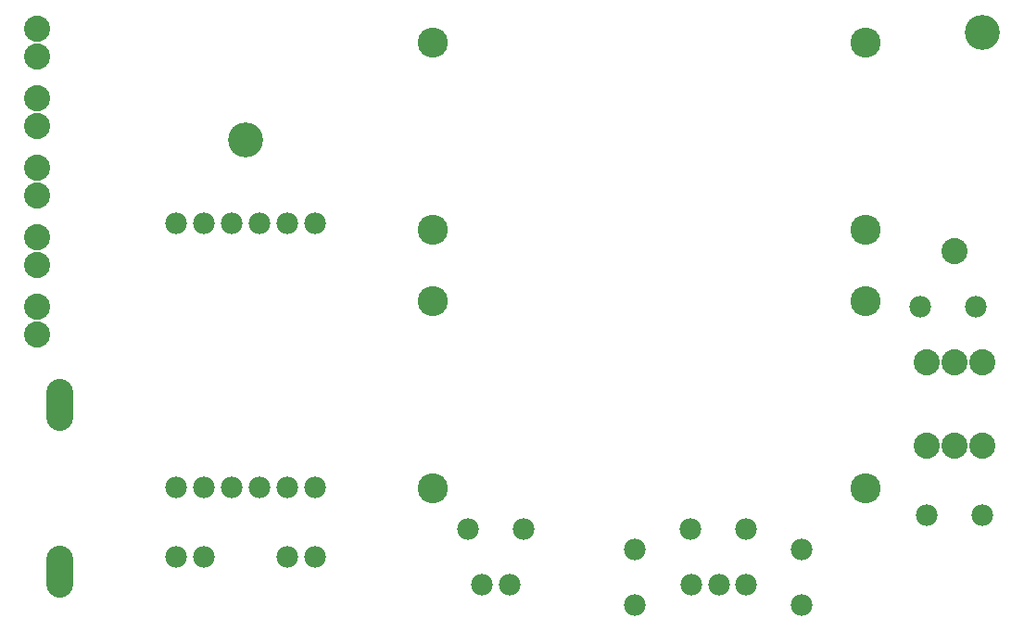
<source format=gbr>
G04 EAGLE Gerber RS-274X export*
G75*
%MOMM*%
%FSLAX34Y34*%
%LPD*%
%INSoldermask Top*%
%IPPOS*%
%AMOC8*
5,1,8,0,0,1.08239X$1,22.5*%
G01*
G04 Define Apertures*
%ADD10C,3.203200*%
%ADD11C,2.387600*%
%ADD12C,1.981200*%
%ADD13C,2.743200*%
%ADD14C,2.451100*%
D10*
X1016000Y873240D03*
X342900Y774700D03*
D11*
X152400Y850900D03*
X152400Y876300D03*
X152400Y787400D03*
X152400Y812800D03*
X152400Y723900D03*
X152400Y749300D03*
X152400Y660400D03*
X152400Y685800D03*
X152400Y596900D03*
X152400Y622300D03*
D12*
X279400Y698500D03*
X304800Y698500D03*
X330200Y698500D03*
X355600Y698500D03*
X381000Y698500D03*
X406400Y698500D03*
D13*
X513720Y864240D03*
X513720Y692790D03*
X908690Y692790D03*
X908690Y864240D03*
D12*
X279400Y457200D03*
X304800Y457200D03*
X330200Y457200D03*
X355600Y457200D03*
X381000Y457200D03*
X406400Y457200D03*
D11*
X1016000Y571500D03*
X990600Y571500D03*
X965200Y571500D03*
X1016000Y495300D03*
X990600Y495300D03*
X965200Y495300D03*
D14*
X172339Y392240D02*
X172339Y369761D01*
X172339Y522161D02*
X172339Y544640D01*
D12*
X958650Y622300D03*
X1009450Y622300D03*
X1016000Y431800D03*
X965200Y431800D03*
D11*
X990600Y673100D03*
D12*
X800100Y368300D03*
X775100Y368300D03*
X750100Y368300D03*
X558800Y368300D03*
X583800Y368300D03*
X381000Y393700D03*
X406000Y393700D03*
X279400Y393700D03*
X304400Y393700D03*
X546100Y419100D03*
X596900Y419100D03*
X850900Y350012D03*
X850900Y400812D03*
X749300Y419100D03*
X800100Y419100D03*
X698500Y350012D03*
X698500Y400812D03*
D13*
X908680Y456560D03*
X908680Y628010D03*
X513710Y628010D03*
X513710Y456560D03*
M02*

</source>
